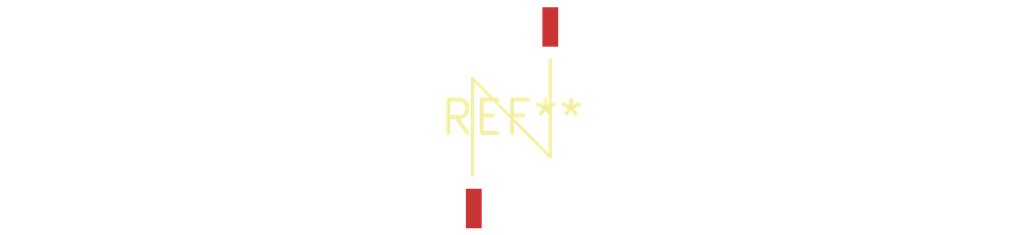
<source format=kicad_pcb>
(kicad_pcb (version 20240108) (generator pcbnew)
  (layers (0 "F.Cu" signal) (31 "B.Cu" signal) (34 "B.Paste" user) (35 "F.Paste" user) (36 "B.SilkS" user "B.Silkscreen") (37 "F.SilkS" user "F.Silkscreen") (38 "B.Mask" user) (39 "F.Mask" user) (44 "Edge.Cuts" user))
  (net 0 "")
  (footprint "L_Neosid_Air-Coil_SML_1turn_HDM0131A" (layer "F.Cu") (at 0 0)
    (property "Reference" "REF**")
    (property "Value" "L_Neosid_Air-Coil_SML_1turn_HDM0131A")
    (fp_line (start -1.5 -1.5) (end -1.5 2.2) (layer "F.SilkS") (stroke (width 0.12)))
    (fp_line (start -1.5 -1.5) (end 1.45 1.5) (layer "F.SilkS") (stroke (width 0.12)))
    (fp_line (start 1.45 1.5) (end 1.45 -2.2) (layer "F.SilkS") (stroke (width 0.12)))
    (pad "1" smd rect (at -1.45 3.45) (size 0.6 1.5) (layers "F.Cu" "F.Paste" "F.Mask"))
    (pad "2" smd rect (at 1.45 -3.45) (size 0.6 1.5) (layers "F.Cu" "F.Paste" "F.Mask"))
  )
)
</source>
